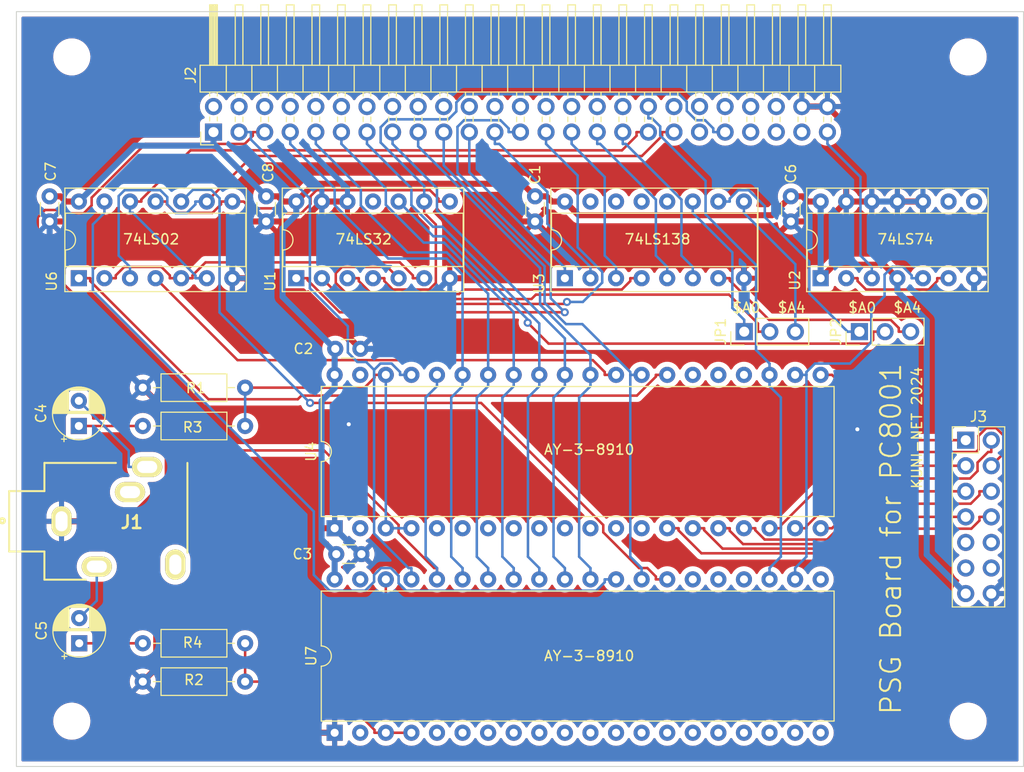
<source format=kicad_pcb>
(kicad_pcb (version 20221018) (generator pcbnew)
  (layers (0 "F.Cu" signal) (31 "B.Cu" signal) (34 "B.Paste" user) (35 "F.Paste" user) (36 "B.SilkS" user "B.Silkscreen") (37 "F.SilkS" user "F.Silkscreen") (38 "B.Mask" user) (39 "F.Mask" user) (44 "Edge.Cuts" user))
  (net 0 "")
  (net 1 "VCC")
  (net 2 "GND")
  (net 3 "Net-(C4-Pad1)")
  (net 4 "Net-(C4-Pad2)")
  (net 5 "Net-(C5-Pad1)")
  (net 6 "Net-(C5-Pad2)")
  (net 9 "/+12V")
  (net 10 "/D0")
  (net 11 "/-12V")
  (net 12 "/D1")
  (net 13 "/~{ROMDS0}")
  (net 14 "/D2")
  (net 15 "/~{ROMDS1}")
  (net 16 "/D3")
  (net 17 "/~{ROMDS2}")
  (net 18 "/D4")
  (net 19 "/~{ROMDS3}")
  (net 20 "/D5")
  (net 21 "/~{INT}")
  (net 22 "/D6")
  (net 23 "/~{NMI}")
  (net 24 "/D7")
  (net 25 "/~{EXTON}")
  (net 26 "/A0")
  (net 27 "/A8")
  (net 28 "/A1")
  (net 29 "/A9")
  (net 30 "/A2")
  (net 31 "/A10")
  (net 32 "/A3")
  (net 33 "/A11")
  (net 34 "/A4")
  (net 35 "/A12")
  (net 36 "/A5")
  (net 37 "/A13")
  (net 38 "/A6")
  (net 39 "/A14")
  (net 40 "/A7")
  (net 41 "/A15")
  (net 42 "/~{RD}")
  (net 43 "/~{RESET}")
  (net 44 "/~{WR}")
  (net 45 "/~{WAIT}")
  (net 46 "/~{MREQ}")
  (net 47 "/~{WE}")
  (net 48 "/~{IORQ}")
  (net 49 "/~{MUX}")
  (net 50 "/~{RFSH}")
  (net 51 "/~{RAS0}")
  (net 52 "/~{M1}")
  (net 53 "/~{RAS1}")
  (net 54 "/SCLK")
  (net 55 "/CLK")
  (net 56 "/PA0")
  (net 57 "/PA1")
  (net 58 "/PA2")
  (net 59 "/PA3")
  (net 60 "/PA4")
  (net 61 "/PA5")
  (net 62 "/PA6")
  (net 63 "/PA7")
  (net 68 "/PSG1_CE1")
  (net 69 "/PSG1_CE")
  (net 70 "/PSG1_CE2")
  (net 71 "/PSG2_CE1")
  (net 72 "/PSG2_CE")
  (net 73 "/PSG2_CE2")
  (net 74 "/PSG1_A")
  (net 75 "/PSG2_A")
  (net 76 "Net-(U3-E1)")
  (net 77 "/PSG1_CE_IO")
  (net 78 "/PSG2_CE_IO")
  (net 80 "Net-(U2A-D)")
  (net 81 "Net-(U2A-Q)")
  (net 101 "/PSG1_BDIR")
  (net 102 "/PSG1_BC1")
  (net 104 "/PSG2_BDIR")
  (net 105 "/PSG2_BC1")
  (footprint "Capacitor_THT:C_Disc_D3.0mm_W1.6mm_P2.50mm" (layer "F.Cu") (at 121.5 67.35 -90)
    (fp_text reference "C1")
    (fp_text value "0.1u")
  )
  (footprint "AJ-1780:AJ-1780-2" (layer "F.Cu") (at 72.78 99.64)
    (fp_text reference "J1")
    (fp_text value "AudioJack" hide)
  )
  (footprint "Connector_PinHeader_2.54mm:PinHeader_2x25_P2.54mm_Horizontal" (layer "F.Cu") (at 89.57 60.97 90)
    (fp_text reference "J2")
    (fp_text value "PC-8001 Ext BUS")
  )
  (footprint "MountingHole:MountingHole_3.2mm_M3" (layer "F.Cu") (at 75.5 119.5)
    (fp_text reference "MH3" hide)
    (fp_text value "MountingHole")
  )
  (footprint "Package_DIP:DIP-14_W7.62mm_Socket" (layer "F.Cu") (at 76.2 75.4888 90)
    (fp_text reference "U6")
    (fp_text value "74LS02")
  )
  (footprint "Package_DIP:DIP-40_W15.24mm" (layer "F.Cu") (at 101.6 100.33 90)
    (fp_text reference "U4")
    (fp_text value "YM2149")
  )
  (footprint "Package_DIP:DIP-14_W7.62mm_Socket" (layer "F.Cu") (at 149.855 75.4888 90)
    (fp_text reference "U2")
    (fp_text value "74LS74")
  )
  (footprint "Package_DIP:DIP-14_W7.62mm_Socket" (layer "F.Cu") (at 97.79 75.4888 90)
    (fp_text reference "U1")
    (fp_text value "74LS32")
  )
  (footprint "MountingHole:MountingHole_3.2mm_M3" (layer "F.Cu") (at 164.5 119.5)
    (fp_text reference "MH4" hide)
    (fp_text value "MountingHole")
  )
  (footprint "Package_DIP:DIP-40_W15.24mm" (layer "F.Cu") (at 101.6 120.65 90)
    (fp_text reference "U7")
    (fp_text value "YM2149")
  )
  (footprint "Resistor_THT:R_Axial_DIN0207_L6.3mm_D2.5mm_P10.16mm_Horizontal" (layer "F.Cu") (at 82.55 115.57)
    (fp_text reference "R2")
    (fp_text value "1k")
  )
  (footprint "Capacitor_THT:C_Disc_D3.0mm_W1.6mm_P2.50mm" (layer "F.Cu") (at 73.3 67.35 -90)
    (fp_text reference "C7")
    (fp_text value "0.1u")
  )
  (footprint "Resistor_THT:R_Axial_DIN0207_L6.3mm_D2.5mm_P10.16mm_Horizontal" (layer "F.Cu") (at 82.55 86.36)
    (fp_text reference "R1")
    (fp_text value "1k")
  )
  (footprint "MountingHole:MountingHole_3.2mm_M3" (layer "F.Cu") (at 75.5 53.5)
    (fp_text reference "MH1" hide)
    (fp_text value "MountingHole")
  )
  (footprint "Package_DIP:DIP-16_W7.62mm_Socket" (layer "F.Cu") (at 124.46 75.4888 90)
    (fp_text reference "U3")
    (fp_text value "74LS138")
  )
  (footprint "Connector_PinHeader_2.54mm:PinHeader_1x03_P2.54mm_Vertical" (layer "F.Cu") (at 142.265 80.8 90)
    (fp_text reference "JP1")
    (fp_text value "PSG1_JP")
  )
  (footprint "Capacitor_THT:C_Disc_D3.0mm_W1.6mm_P2.50mm" (layer "F.Cu") (at 101.76 102.9)
    (fp_text reference "C3")
    (fp_text value "0.1u")
  )
  (footprint "Resistor_THT:R_Axial_DIN0207_L6.3mm_D2.5mm_P10.16mm_Horizontal" (layer "F.Cu") (at 92.71 90.17 180)
    (fp_text reference "R3")
    (fp_text value "10k")
  )
  (footprint "Capacitor_THT:C_Disc_D3.0mm_W1.6mm_P2.50mm" (layer "F.Cu") (at 146.9 67.35 -90)
    (fp_text reference "C6")
    (fp_text value "0.1u")
  )
  (footprint "Capacitor_THT:CP_Radial_D5.0mm_P2.50mm" (layer "F.Cu") (at 76.2 90.17 90)
    (fp_text reference "C4")
    (fp_text value "100u")
  )
  (footprint "Connector_PinHeader_2.54mm:PinHeader_2x07_P2.54mm_Vertical" (layer "F.Cu") (at 164.26 91.58)
    (fp_text reference "J3")
    (fp_text value "IO_CON")
  )
  (footprint "Resistor_THT:R_Axial_DIN0207_L6.3mm_D2.5mm_P10.16mm_Horizontal" (layer "F.Cu") (at 92.71 111.76 180)
    (fp_text reference "R4")
    (fp_text value "10k")
  )
  (footprint "Connector_PinHeader_2.54mm:PinHeader_1x03_P2.54mm_Vertical" (layer "F.Cu") (at 153.71 80.8 90)
    (fp_text reference "JP2")
    (fp_text value "PSG2_JP")
  )
  (footprint "Capacitor_THT:C_Disc_D3.0mm_W1.6mm_P2.50mm" (layer "F.Cu") (at 94.8 67.35 -90)
    (fp_text reference "C8")
    (fp_text value "0.1u")
  )
  (footprint "MountingHole:MountingHole_3.2mm_M3" (layer "F.Cu") (at 164.5 53.5)
    (fp_text reference "MH2" hide)
    (fp_text value "MountingHole")
  )
  (footprint "Capacitor_THT:CP_Radial_D5.0mm_P2.50mm" (layer "F.Cu") (at 76.24 111.76 90)
    (fp_text reference "C5")
    (fp_text value "100u")
  )
  (footprint "Capacitor_THT:C_Disc_D3.0mm_W1.6mm_P2.50mm" (layer "F.Cu") (at 101.66 82.5)
    (fp_text reference "C2")
    (fp_text value "0.1u")
  )
  (gr_rect (start 70 49) (end 170 124) (stroke (width 0.1)) (fill none) (layer "Edge.Cuts"))
  (gr_text "74LS74" (at 155.4 72.2) (layer "F.SilkS") (effects (font (size 1 1)) (justify left bottom)))
  (gr_text "$A4" (at 145.5 79) (layer "F.SilkS") (effects (font (size 1 1)) (justify left bottom)))
  (gr_text "$A0" (at 152.5 79) (layer "F.SilkS") (effects (font (size 1 1)) (justify left bottom)))
  (gr_text "AY-3-8910" (at 122.3 113.6) (layer "F.SilkS") (effects (font (size 1 1)) (justify left bottom)))
  (gr_text "$A0" (at 141 79) (layer "F.SilkS") (effects (font (size 1 1)) (justify left bottom)))
  (gr_text "74LS138" (at 130.3 72.2) (layer "F.SilkS") (effects (font (size 1 1)) (justify left bottom)))
  (gr_text "74LS32" (at 101.6 72.2) (layer "F.SilkS") (effects (font (size 1 1)) (justify left bottom)))
  (gr_text "$A4" (at 157 79) (layer "F.SilkS") (effects (font (size 1 1)) (justify left bottom)))
  (gr_text "PSG Board for PC8001 " (at 158 119 90) (layer "F.SilkS") (effects (font (size 2 2) (thickness 0.2)) (justify left bottom)))
  (gr_text "KUNI-NET 2024" (at 160 96.5 90) (layer "F.SilkS") (effects (font (size 1 1)) (justify left bottom)))
  (gr_text "AY-3-8910" (at 122.3 93.1) (layer "F.SilkS") (effects (font (size 1 1)) (justify left bottom)))
  (gr_text "74LS02" (at 80.5 72.2) (layer "F.SilkS") (effects (font (size 1 1)) (justify left bottom)))
  (segment (start 94.8 67.35) (end 95.9709 67.35) (width 0.6) (layer "F.Cu") (net 1))
  (segment (start 99.557 66.1018) (end 120.2518 66.1018) (width 0.6) (layer "F.Cu") (net 1))
  (segment (start 146.9 67.35) (end 148.0359 67.35) (width 0.6) (layer "F.Cu") (net 1))
  (segment (start 124.46 67.8688) (end 123.1597 67.8688) (width 0.6) (layer "F.Cu") (net 1))
  (segment (start 124.46 67.8688) (end 125.8198 69.2286) (width 0.6) (layer "F.Cu") (net 1))
  (segment (start 156.1295 74.1433) (end 151.2005 74.1433) (width 0.6) (layer "F.Cu") (net 1))
  (segment (start 76.2 67.8688) (end 74.8997 67.8688) (width 0.6) (layer "F.Cu") (net 1))
  (segment (start 157.475 75.4888) (end 156.1295 74.1433) (width 0.6) (layer "F.Cu") (net 1))
  (segment (start 74.3809 67.35) (end 74.8997 67.8688) (width 0.6) (layer "F.Cu") (net 1))
  (segment (start 73.3 67.35) (end 74.3809 67.35) (width 0.6) (layer "F.Cu") (net 1))
  (segment (start 95.9709 67.35) (end 96.4897 67.8688) (width 0.6) (layer "F.Cu") (net 1))
  (segment (start 122.6409 67.35) (end 123.1597 67.8688) (width 0.6) (layer "F.Cu") (net 1))
  (segment (start 97.79 67.8688) (end 96.4897 67.8688) (width 0.6) (layer "F.Cu") (net 1))
  (segment (start 120.2518 66.1018) (end 121.5 67.35) (width 0.6) (layer "F.Cu") (net 1))
  (segment (start 149.855 67.8688) (end 148.5547 67.8688) (width 0.6) (layer "F.Cu") (net 1))
  (segment (start 97.79 67.8688) (end 99.557 66.1018) (width 0.6) (layer "F.Cu") (net 1))
  (segment (start 125.8198 69.2286) (end 145.0214 69.2286) (width 0.6) (layer "F.Cu") (net 1))
  (segment (start 151.2005 74.1433) (end 149.855 75.4888) (width 0.6) (layer "F.Cu") (net 1))
  (segment (start 145.0214 69.2286) (end 146.9 67.35) (width 0.6) (layer "F.Cu") (net 1))
  (segment (start 121.5 67.35) (end 122.6409 67.35) (width 0.6) (layer "F.Cu") (net 1))
  (segment (start 148.0359 67.35) (end 148.5547 67.8688) (width 0.6) (layer "F.Cu") (net 1))
  (segment (start 101.6 85.09) (end 101.6 83.7897) (width 0.6) (layer "B.Cu") (net 1))
  (segment (start 101.6 85.09) (end 101.6 86.3903) (width 0.6) (layer "B.Cu") (net 1))
  (segment (start 96.4288 77.3288) (end 101.6 82.5) (width 0.6) (layer "B.Cu") (net 1))
  (segment (start 157.475 75.4888) (end 157.475 76.7891) (width 0.6) (layer "B.Cu") (net 1))
  (segment (start 101.6 86.3903) (end 100.2996 87.6907) (width 0.6) (layer "B.Cu") (net 1))
  (segment (start 149.855 67.8688) (end 149.855 75.4888) (width 0.6) (layer "B.Cu") (net 1))
  (segment (start 89.57 60.97) (end 89.57 62.3203) (width 0.6) (layer "B.Cu") (net 1))
  (segment (start 101.76 102.9) (end 101.6 103.06) (width 0.6) (layer "B.Cu") (net 1))
  (segment (start 96.4288 70.5303) (end 96.4288 77.3288) (width 0.6) (layer "B.Cu") (net 1))
  (segment (start 81.7485 62.3203) (end 89.57 62.3203) (width 0.6) (layer "B.Cu") (net 1))
  (segment (start 101.6 82.5) (end 101.6 83.7897) (width 0.6) (layer "B.Cu") (net 1))
  (segment (start 160.3897 79.7038) (end 160.3897 102.9497) (width 0.6) (layer "B.Cu") (net 1))
  (segment (start 160.3897 102.9497) (end 164.26 106.82) (width 0.6) (layer "B.Cu") (net 1))
  (segment (start 157.475 76.7891) (end 160.3897 79.7038) (width 0.6) (layer "B.Cu") (net 1))
  (segment (start 100.2996 87.6907) (end 100.2996 101.4396) (width 0.6) (layer "B.Cu") (net 1))
  (segment (start 97.79 69.1691) (end 96.4288 70.5303) (width 0.6) (layer "B.Cu") (net 1))
  (segment (start 100.2996 101.4396) (end 101.76 102.9) (width 0.6) (layer "B.Cu") (net 1))
  (segment (start 89.7703 62.3203) (end 94.8 67.35) (width 0.6) (layer "B.Cu") (net 1))
  (segment (start 97.79 67.8688) (end 97.79 69.1691) (width 0.6) (layer "B.Cu") (net 1))
  (segment (start 76.2 67.8688) (end 81.7485 62.3203) (width 0.6) (layer "B.Cu") (net 1))
  (segment (start 101.6 82.5) (end 101.66 82.5) (width 0.6) (layer "B.Cu") (net 1))
  (segment (start 101.6 103.06) (end 101.6 105.41) (width 0.6) (layer "B.Cu") (net 1))
  (segment (start 89.57 62.3203) (end 89.7703 62.3203) (width 0.6) (layer "B.Cu") (net 1))
  (segment (start 98.4491 76.7891) (end 94.0406 76.7891) (width 0.6) (layer "F.Cu") (net 2))
  (segment (start 81.0025 99.64) (end 74.48 99.64) (width 0.6) (layer "F.Cu") (net 2))
  (segment (start 142.5616 74.1884) (end 142.24 74.1884) (width 0.6) (layer "F.Cu") (net 2))
  (segment (start 147.99 58.43) (end 149.3403 58.43) (width 0.6) (layer "F.Cu") (net 2))
  (segment (start 83.8832 102.5207) (end 83.8832 114.2368) (width 0.6) (layer "F.Cu") (net 2))
  (segment (start 150.53 58.43) (end 149.3403 58.43) (width 0.6) (layer "F.Cu") (net 2))
  (segment (start 94.0406 76.7891) (end 92.7403 75.4888) (width 0.6) (layer "F.Cu") (net 2))
  (segment (start 83.8832 114.2368) (end 90.2964 120.65) (width 0.6) (layer "F.Cu") (net 2))
  (segment (start 102.87 67.8688) (end 101.5697 67.8688) (width 0.6) (layer "F.Cu") (net 2))
  (segment (start 142.24 75.4888) (end 142.24 74.3886) (width 0.6) (layer "F.Cu") (net 2))
  (segment (start 82.55 86.36) (end 85.0196 88.8296) (width 0.6) (layer "F.Cu") (net 2))
  (segment (start 94.8 69.85) (end 98.3488 69.85) (width 0.6) (layer "F.Cu") (net 2))
  (segment (start 114.3303 75.4888) (end 119.9691 69.85) (width 0.6) (layer "F.Cu") (net 2))
  (segment (start 73.3 69.85) (end 94.8 69.85) (width 0.6) (layer "F.Cu") (net 2))
  (segment (start 119.9691 69.85) (end 121.5 69.85) (width 0.6) (layer "F.Cu") (net 2))
  (segment (start 95.5926 95.6229) (end 100.2997 100.33) (width 0.6) (layer "F.Cu") (net 2))
  (segment (start 142.24 74.3886) (end 142.24 74.1884) (width 0.6) (layer "F.Cu") (net 2))
  (segment (start 113.03 75.4888) (end 114.3303 75.4888) (width 0.6) (layer "F.Cu") (net 2))
  (segment (start 85.0196 95.6229) (end 81.0025 99.64) (width 0.6) (layer "F.Cu") (net 2))
  (segment (start 146.9 69.85) (end 142.5616 74.1884) (width 0.6) (layer "F.Cu") (net 2))
  (segment (start 83.8832 114.2368) (end 82.55 115.57) (width 0.6) (layer "F.Cu") (net 2))
  (segment (start 152.395 67.8688) (end 152.395 60.295) (width 0.6) (layer "F.Cu") (net 2))
  (segment (start 104.16 82.5) (end 98.4491 76.7891) (width 0.6) (layer "F.Cu") (net 2))
  (segment (start 101.6 100.33) (end 100.2997 100.33) (width 0.6) (layer "F.Cu") (net 2))
  (segment (start 91.44 75.4888) (end 92.7403 75.4888) (width 0.6) (layer "F.Cu") (net 2))
  (segment (start 85.0196 95.6229) (end 95.5926 95.6229) (width 0.6) (layer "F.Cu") (net 2))
  (segment (start 90.2964 120.65) (end 101.6 120.65) (width 0.6) (layer "F.Cu") (net 2))
  (segment (start 150.4138 69.85) (end 152.395 67.8688) (width 0.6) (layer "F.Cu") (net 2))
  (segment (start 100.33 67.8688) (end 101.5697 67.8688) (width 0.6) (layer "F.Cu") (net 2))
  (segment (start 154.935 67.8688) (end 153.6347 67.8688) (width 0.6) (layer "F.Cu") (net 2))
  (segment (start 81.0025 99.64) (end 83.8832 102.5207) (width 0.6) (layer "F.Cu") (net 2))
  (segment (start 157.475 67.8688) (end 160.015 67.8688) (width 0.6) (layer "F.Cu") (net 2))
  (segment (start 152.395 60.295) (end 150.53 58.43) (width 0.6) (layer "F.Cu") (net 2))
  (segment (start 85.0196 88.8296) (end 85.0196 95.6229) (width 0.6) (layer "F.Cu") (net 2))
  (segment (start 152.395 67.8688) (end 153.6347 67.8688) (width 0.6) (layer "F.Cu") (net 2))
  (segment (start 125.8384 74.1884) (end 121.5 69.85) (width 0.6) (layer "F.Cu") (net 2))
  (segment (start 142.24 74.1884) (end 125.8384 74.1884) (width 0.6) (layer "F.Cu") (net 2))
  (segment (start 98.3488 69.85) (end 100.33 67.8688) (width 0.6) (layer "F.Cu") (net 2))
  (segment (start 146.9 69.85) (end 150.4138 69.85) (width 0.6) (layer "F.Cu") (net 2))
  (via (at 103 90) (size 0.8) (drill 0.4) (layers "F.Cu" "B.Cu") (net 2))
  (via (at 153.5 90.5) (size 0.8) (drill 0.4) (layers "F.Cu" "B.Cu") (net 2))
  (segment (start 160.015 69.1691) (end 165.0344 74.1885) (width 0.6) (layer "B.Cu") (net 2))
  (segment (start 73.3 77.11) (end 82.55 86.36) (width 0.6) (layer "B.Cu") (net 2))
  (segment (start 165.095 75.4888) (end 165.095 74.1885) (width 0.6) (layer "B.Cu") (net 2))
  (segment (start 104.16 82.5) (end 106.0188 82.5) (width 0.6) (layer "B.Cu") (net 2))
  (segment (start 165.0344 74.1885) (end 165.095 74.1885) (width 0.6) (layer "B.Cu") (net 2))
  (segment (start 165.095 75.4888) (end 165.095 76.7891) (width 0.6) (layer "B.Cu") (net 2))
  (segment (start 91.44 73.21) (end 91.44 75.4888) (width 0.6) (layer "B.Cu") (net 2))
  (segment (start 154.935 67.8688) (end 157.475 67.8688) (width 0.6) (layer "B.Cu") (net 2))
  (segment (start 94.8 69.85) (end 91.44 73.21) (width 0.6) (layer "B.Cu") (net 2))
  (segment (start 73.3 69.85) (end 73.3 77.11) (width 0.6) (layer "B.Cu") (net 2))
  (segment (start 166.8 106.82) (end 168.1675 105.4525) (width 0.6) (layer "B.Cu") (net 2))
  (segment (start 106.0188 82.5) (end 113.03 75.4888) (width 0.6) (layer "B.Cu") (net 2))
  (segment (start 104.17 102.9) (end 104.26 102.9) (width 0.6) (layer "B.Cu") (net 2))
  (segment (start 101.6 100.33) (end 104.17 102.9) (width 0.6) (layer "B.Cu") (net 2))
  (segment (start 168.1675 79.8616) (end 165.095 76.7891) (width 0.6) (layer "B.Cu") (net 2))
  (segment (start 160.015 67.8688) (end 160.015 69.1691) (width 0.6) (layer "B.Cu") (net 2))
  (segment (start 168.1675 105.4525) (end 168.1675 79.8616) (width 0.6) (layer "B.Cu") (net 2))
  (segment (start 76.2 90.17) (end 82.55 90.17) (width 0.25) (layer "F.Cu") (net 3))
  (segment (start 82.98 94.24) (end 81.1547 94.24) (width 0.25) (layer "B.Cu") (net 4))
  (segment (start 81.1547 92.6247) (end 81.1547 94.24) (width 0.25) (layer "B.Cu") (net 4))
  (segment (start 76.2 87.67) (end 81.1547 92.6247) (width 0.25) (layer "B.Cu") (net 4))
  (segment (start 76.24 111.76) (end 82.55 111.76) (width 0.25) (layer "F.Cu") (net 5))
  (segment (start 77.98 107.52) (end 77.98 104.14) (width 0.25) (layer "B.Cu") (net 6))
  (segment (start 76.24 109.26) (end 77.98 107.52) (width 0.25) (layer "B.Cu") (net 6))
  (segment (start 93.2853 60.97) (end 93.2853 61.712) (width 0.25) (layer "B.Cu") (net 10))
  (segment (start 105.5149 100.8609) (end 105.5149 84.5961) (width 0.25) (layer "B.Cu") (net 10))
  (segment (start 99.1404 67.5671) (end 99.1404 76.4943) (width 0.25) (layer "B.Cu") (net 10))
  (segment (start 103.8589 83.8166) (end 104.7354 83.8166) (width 0.25) (layer "B.Cu") (net 10))
  (segment (start 108.9387 104.2847) (end 105.5149 100.8609) (width 0.25) (layer "B.Cu") (net 10))
  (segment (start 104.7354 83.8166) (end 105.5149 84.5961) (width 0.25) (layer "B.Cu") (net 10))
  (segment (start 93.2853 61.712) (end 99.1404 67.5671) (width 0.25) (layer "B.Cu") (net 10))
  (segment (start 99.1404 76.4943) (end 102.91 80.2639) (width 0.25) (layer "B.Cu") (net 10))
  (segment (start 107.2508 83.9647) (end 108.0947 84.8086) (width 0.25) (layer "B.Cu") (net 10))
  (segment (start 109.22 104.2847) (end 108.9387 104.2847) (width 0.25) (layer "B.Cu") (net 10))
  (segment (start 102.91 82.8677) (end 103.8589 83.8166) (width 0.25) (layer "B.Cu") (net 10))
  (segment (start 92.11 60.97) (end 93.2853 60.97) (width 0.25) (layer "B.Cu") (net 10))
  (segment (start 105.5149 84.5961) (end 106.1463 83.9647) (width 0.25) (layer "B.Cu") (net 10))
  (segment (start 109.22 85.09) (end 108.0947 85.09) (width 0.25) (layer "B.Cu") (net 10))
  (segment (start 102.91 80.2639) (end 102.91 82.8677) (width 0.25) (layer "B.Cu") (net 10))
  (segment (start 108.0947 84.8086) (end 108.0947 85.09) (width 0.25) (layer "B.Cu") (net 10))
  (segment (start 109.22 105.41) (end 109.22 104.2847) (width 0.25) (layer "B.Cu") (net 10))
  (segment (start 106.1463 83.9647) (end 107.2508 83.9647) (width 0.25) (layer "B.Cu") (net 10))
  (segment (start 77.47 68.2523) (end 76.6852 69.0371) (width 0.25) (layer "F.Cu") (net 12))
  (segment (start 92.6668 62.1453) (end 82.8069 62.1453) (width 0.25) (layer "F.Cu") (net 12))
  (segment (start 72.1215 73.4848) (end 91.2352 92.5985) (width 0.25) (layer "F.Cu") (net 12))
  (segment (start 93.4747 60.97) (end 93.4747 61.3374) (width 0.25) (layer "F.Cu") (net 12))
  (segment (start 94.65 60.97) (end 93.4747 60.97) (width 0.25) (layer "F.Cu") (net 12))
  (segment (start 100.546 92.5985) (end 107.95 100.0025) (width 0.25) (layer "F.Cu") (net 12))
  (segment (start 111.4787 104.2847) (end 111.76 104.2847) (width 0.25) (layer "F.Cu") (net 12))
  (segment (start 72.1215 69.432) (end 72.1215 73.4848) (width 0.25) (layer "F.Cu") (net 12))
  (segment (start 75.1836 69.0371) (end 74.8558 68.7093) (width 0.25) (layer "F.Cu") (net 12))
  (segment (start 76.6852 69.0371) (end 75.1836 69.0371) (width 0.25) (layer "F.Cu") (net 12))
  (segment (start 91.2352 92.5985) (end 100.546 92.5985) (width 0.25) (layer "F.Cu") (net 12))
  (segment (start 77.47 67.4822) (end 77.47 68.2523) (width 0.25) (layer "F.Cu") (net 12))
  (segment (start 111.76 105.41) (end 111.76 104.2847) (width 0.25) (layer "F.Cu") (net 12))
  (segment (start 82.8069 62.1453) (end 77.47 67.4822) (width 0.25) (layer "F.Cu") (net 12))
  (segment (start 74.8558 68.7093) (end 72.8442 68.7093) (width 0.25) (layer "F.Cu") (net 12))
  (segment (start 107.95 100.756) (end 111.4787 104.2847) (width 0.25) (layer "F.Cu") (net 12))
  (segment (start 93.4747 61.3374) (end 92.6668 62.1453) (width 0.25) (layer "F.Cu") (net 12))
  (segment (start 107.95 100.0025) (end 107.95 100.756) (width 0.25) (layer "F.Cu") (net 12))
  (segment (start 72.8442 68.7093) (end 72.1215 69.432) (width 0.25) (layer "F.Cu") (net 12))
  (segment (start 111.76 85.09) (end 111.76 86.2153) (width 0.25) (layer "B.Cu") (net 12))
  (segment (start 110.6347 103.1594) (end 110.6347 87.3406) (width 0.25) (layer "B.Cu") (net 12))
  (segment (start 111.76 104.2847) (end 110.6347 103.1594) (width 0.25) (layer "B.Cu") (net 12))
  (segment (start 111.76 105.41) (end 111.76 104.2847) (width 0.25) (layer "B.Cu") (net 12))
  (segment (start 110.6347 87.3406) (end 111.76 86.2153) (width 0.25) (layer "B.Cu") (net 12))
  (segment (start 114.3 105.41) (end 114.3 104.2847) (width 0.25) (layer "B.Cu") (net 14))
  (segment (start 114.3 86.2153) (end 113.1747 87.3406) (width 0.25) (layer "B.Cu") (net 14))
  (segment (start 114.3 75.1293) (end 114.3 85.09) (width 0.25) (layer "B.Cu") (net 14))
  (segment (start 97.19 60.97) (end 97.19 62.1453) (width 0.25) (layer "B.Cu") (net 14))
  (segment (start 101.6 66.5553) (end 101.6 68.2155) (width 0.25) (layer "B.Cu") (net 14))
  (segment (start 97.19 62.1453) (end 101.6 66.5553) (width 0.25) (layer "B.Cu") (net 14))
  (segment (start 112.703 73.5323) (end 114.3 75.1293) (width 0.25) (layer "B.Cu") (net 14))
  (segment (start 113.1747 87.3406) (end 113.1747 103.1594) (width 0.25) (layer "B.Cu") (net 14))
  (segment (start 113.1747 103.1594) (end 114.3 104.2847) (width 0.25) (layer "B.Cu") (net 14))
  (segment (start 114.3 85.09) (end 114.3 86.2153) (width 0.25) (layer "B.Cu") (net 14))
  (segment (start 101.6 68.2155) (end 106.9168 73.5323) (width 0.25) (layer "B.Cu") (net 14))
  (segment (start 106.9168 73.5323) (end 112.703 73.5323) (width 0.25) (layer "B.Cu") (net 14))
  (segment (start 116.84 105.41) (end 116.84 104.2847) (width 0.25) (layer "B.Cu") (net 16))
  (segment (start 116.84 85.09) (end 116.84 86.2153) (width 0.25) (layer "B.Cu") (net 16))
  (segment (start 116.84 77.0324) (end 112.7306 72.923) (width 0.25) (layer "B.Cu") (net 16))
  (segment (start 116.84 83.9647) (end 116.84 77.0324) (width 0.25) (layer "B.Cu") (net 16))
  (segment (start 115.7147 87.3406) (end 115.7147 103.1594) (width 0.25) (layer "B.Cu") (net 16))
  (segment (start 116.84 86.2153) (end 115.7147 87.3406) (width 0.25) (layer "B.Cu") (net 16))
  (segment (start 108.8538 72.923) (end 104.201 68.2702) (width 0.25) (layer "B.Cu") (net 16))
  (segment (start 104.201 68.2702) (end 104.201 66.6163) (width 0.25) (layer "B.Cu") (net 16))
  (segment (start 104.201 66.6163) (end 99.73 62.1453) (width 0.25) (layer "B.Cu") (net 16))
  (segment (start 116.84 85.09) (end 116.84 83.9647) (width 0.25) (layer "B.Cu") (net 16))
  (segment (start 112.7306 72.923) (end 108.8538 72.923) (width 0.25) (layer "B.Cu") (net 16))
  (segment (start 99.73 60.97) (end 99.73 62.1453) (width 0.25) (layer "B.Cu") (net 16))
  (segment (start 115.7147 103.1594) (end 116.84 104.2847) (width 0.25) (layer "B.Cu") (net 16))
  (segment (start 102.27 60.97) (end 102.27 62.1453) (width 0.25) (layer "B.Cu") (net 18))
  (segment (start 119.38 83.9647) (end 119.38 78.8667) (width 0.25) (layer "B.Cu") (net 18))
  (segment (start 110.4375 71.953) (end 106.68 68.1955) (width 0.25) (layer "B.Cu") (net 18))
  (segment (start 118.2547 87.3406) (end 118.2547 103.1594) (width 0.25) (layer "B.Cu") (net 18))
  (segment (start 106.68 66.5553) (end 102.27 62.1453) (width 0.25) (layer "B.Cu") (net 18))
  (segment (start 112.4663 71.953) (end 110.4375 71.953) (width 0.25) (layer "B.Cu") (net 18))
  (segment (start 118.2547 103.1594) (end 119.38 104.2847) (width 0.25) (layer "B.Cu") (net 18))
  (segment (start 119.38 85.09) (end 119.38 83.9647) (width 0.25) (layer "B.Cu") (net 18))
  (segment (start 119.38 86.2153) (end 118.2547 87.3406) (width 0.25) (layer "B.Cu") (net 18))
  (segment (start 119.38 105.41) (end 119.38 104.2847) (width 0.25) (layer "B.Cu") (net 18))
  (segment (start 119.38 78.8667) (end 112.4663 71.953) (width 0.25) (layer "B.Cu") (net 18))
  (segment (start 106.68 68.1955) (end 106.68 66.5553) (width 0.25) (layer "B.Cu") (net 18))
  (segment (start 119.38 85.09) (end 119.38 86.2153) (width 0.25) (layer "B.Cu") (net 18))
  (segment (start 109.22 68.2251) (end 109.22 66.5553) (width 0.25) (layer "B.Cu") (net 20))
  (segment (start 104.81 60.97) (end 104.81 62.1453) (width 0.25) (layer "B.Cu") (net 20))
  (segment (start 109.22 66.5553) (end 104.81 62.1453) (width 0.25) (layer "B.Cu") (net 20))
  (segment (start 120.7947 87.3406) (end 120.7947 103.1594) (width 0.25) (layer "B.Cu") (net 20))
  (segment (start 121.92 85.09) (end 121.92 83.9647) (width 0.25) (layer "B.Cu") (net 20))
  (segment (start 112.307 70.3769) (end 111.3718 70.3769) (width 0.25) (layer "B.Cu") (net 20))
  (segment (start 121.92 85.09) (end 121.92 86.2153) (width 0.25) (layer "B.Cu") (net 20))
  (segment (start 121.92 79.9899) (end 112.307 70.3769) (width 0.25) (layer "B.Cu") (net 20))
  (segment (start 120.7947 103.1594) (end 121.92 104.2847) (width 0.25) (layer "B.Cu") (net 20))
  (segment (start 121.92 105.41) (end 121.92 104.2847) (width 0.25) (layer "B.Cu") (net 20))
  (segment (start 121.92 86.2153) (end 120.7947 87.3406) (width 0.25) (layer "B.Cu") (net 20))
  (segment (start 121.92 83.9647) (end 121.92 79.9899) (width 0.25) (layer "B.Cu") (net 20))
  (segment (start 111.3718 70.3769) (end 109.22 68.2251) (width 0.25) (layer "B.Cu") (net 20))
  (segment (start 123.3347 103.1594) (end 124.46 104.2847) (width 0.25) (layer "B.Cu") (net 22))
  (segment (start 123.3347 87.3406) (end 123.3347 103.1594) (width 0.25) (layer "B.Cu") (net 22))
  (segment (start 124.46 86.2153) (end 123.3347 87.3406) (width 0.25) (layer "B.Cu") (net 22))
  (segment (start 124.46 83.9647) (end 124.46 81.4679) (width 0.25) (layer "B.Cu") (net 22))
  (segment (start 124.46 84.5273) (end 124.46 83.9647) (width 0.25) (layer "B.Cu") (net 22))
  (segment (start 111.76 66.5553) (end 107.35 62.1453) (width 0.25) (layer "B.Cu") (net 22))
  (segment (start 124.46 84.5273) (end 124.46 85.09) (width 0.25) (layer "B.Cu") (net 22))
  (segment (start 111.76 68.7679) (end 111.76 66.5553) (width 0.25) (layer "B.Cu") (net 22))
  (segment (start 124.46 85.09) (end 124.46 86.2153) (width 0.25) (layer "B.Cu") (net 22))
  (segment (start 124.46 81.4679) (end 111.76 68.7679) (width 0.25) (layer "B.Cu") (net 22))
  (segment (start 124.46 105.41) (end 124.46 104.2847) (width 0.25) (layer "B.Cu") (net 22))
  (segment (start 107.35 60.97) (end 107.35 62.1453) (width 0.25) (layer "B.Cu") (net 22))
  (segment (start 127 85.09) (end 127 83.9647) (width 0.25) (layer "B.Cu") (net 24))
  (segment (start 109.89 62.3791) (end 121.9953 74.4844) (width 0.25) (layer "B.Cu") (net 24))
  (segment (start 121.9953 78.1088) (end 127 83.1135) (width 0.25) (layer "B.Cu") (net 24))
  (segment (start 125.8747 103.1594) (end 127 104.2847) (width 0.25) (layer "B.Cu") (net 24))
  (segment (start 127 83.1135) (end 127 83.9647) (width 0.25) (layer "B.Cu") (net 24))
  (segment (start 127 86.2153) (end 125.8747 87.3406) (width 0.25) (layer "B.Cu") (net 24))
  (segment (start 127 105.41) (end 127 104.2847) (width 0.25) (layer "B.Cu") (net 24))
  (segment (start 125.8747 87.3406) (end 125.8747 103.1594) (width 0.25) (layer "B.Cu") (net 24))
  (segment (start 121.9953 74.4844) (end 121.9953 78.1088) (width 0.25) (layer "B.Cu") (net 24))
  (segment (start 109.89 62.1453) (end 109.89 62.3791) (width 0.25) (layer "B.Cu") (net 24))
  (segment (start 109.89 60.97) (end 109.89 62.1453) (width 0.25) (layer "B.Cu") (net 24))
  (segment (start 127 85.09) (end 127 86.2153) (width 0.25) (layer "B.Cu") (net 24))
  (segment (start 112.43 64.2822) (end 122.4457 74.2979) (width 0.25) (layer "B.Cu") (net 26))
  (segment (start 131.0673 85.09) (end 130.9547 85.09) (width 0.25) (layer "B.Cu") (net 26))
  (segment (start 130.9547 84.8086) (end 130.9547 85.09) (width 0.25) (layer "B.Cu") (net 26))
  (segment (start 132.08 85.09) (end 131.0673 85.09) (width 0.25) (layer "B.Cu") (net 26))
  (segment (start 132.08 105.41) (end 132.08 104.2847) (width 0.25) (layer "B.Cu") (net 26))
  (segment (start 130.9547 85.09) (end 130.9547 103.1594) (width 0.25) (layer "B.Cu") (net 26))
  (segment (start 112.43 60.97) (end 112.43 64.2822) (width 0.25) (layer "B.Cu") (net 26))
  (segment (start 122.4457 77.9223) (end 124.5721 80.0487) (width 0.25) (layer "B.Cu") (net 26))
  (segment (start 122.4457 74.2979) (end 122.4457 77.9223) (width 0.25) (layer "B.Cu") (net 26))
  (segment (start 124.5721 80.0487) (end 126.1948 80.0487) (width 0.25) (layer "B.Cu") (net 26))
  (segment (start 130.9547 103.1594) (end 132.08 104.2847) (width 0.25) (layer "B.Cu") (net 26))
  (segment (start 126.1948 80.0487) (end 130.9547 84.8086) (width 0.25) (layer "B.Cu") (net 26))
  (segment (start 124.46 75.4888) (end 124.46 74.3635) (width 0.25) (layer "B.Cu") (net 28))
  (segment (start 124.3756 74.3635) (end 124.46 74.3635) (width 0.25) (layer "B.Cu") (net 28))
  (segment (start 114.97 62.1453) (end 114.97 64.9579) (width 0.25) (layer "B.Cu") (net 28))
  (segment (start 114.97 64.9579) (end 124.3756 74.3635) (width 0.25) (layer "B.Cu") (net 28))
  (segment (start 114.97 60.97) (end 114.97 62.1453) (width 0.25) (layer "B.Cu") (net 28))
  (segment (start 127 75.4888) (end 127 74.3635) (width 0.25) (layer "B.Cu") (net 30))
  (segment (start 122.7206 66.9152) (end 122.7206 70.0841) (width 0.25) (layer "B.Cu") (net 30))
  (segment (start 117.9507 62.1453) (end 122.7206 66.9152) (width 0.25) (layer "B.Cu") (net 30))
  (segment (start 117.51 62.1453) (end 117.9507 62.1453) (width 0.25) (layer "B.Cu") (net 30))
  (segment (start 122.7206 70.0841) (end 127 74.3635) (width 0.25) (layer "B.Cu") (net 30))
  (segment (start 117.51 60.97) (end 117.51 62.1453) (width 0.25) (layer "B.Cu") (net 30))
  (segment (start 98.9153 75.4888) (end 98.9153 75.6816) (width 0.25) (layer "F.Cu") (net 32))
  (segment (start 102.1052 78.8715) (end 124.4454 78.8715) (width 0.25) (layer "F.Cu") (net 32))
  (segment (start 97.79 75.4888) (end 98.9153 75.4888) (width 0.25) (layer "F.Cu") (net 32))
  (segment (start 98.9153 75.6816) (end 102.1052 78.8715) (width 0.25) (layer "F.Cu") (net 32))
  (via (at 124.4454 78.8715) (size 0.8) (drill 0.4) (layers "F.Cu" "B.Cu") (net 32))
  (segment (start 118.8747 60.97) (end 118.8747 60.6027) (width 0.25) (layer "B.Cu") (net 32))
  (segment (start 113.793 60.446) (end 113.793 65.0082) (width 0.25) (layer "B.Cu") (net 32))
  (segment (start 123.0549 77.481) (end 124.4454 78.8715) (width 0.25) (layer "B.Cu") (net 32))
  (segment (start 123.0549 74.2701) (end 123.0549 77.481) (width 0.25) (layer "B.Cu") (net 32))
  (segment (start 113.793 65.0082) (end 123.0549 74.2701) (width 0.25) (layer "B.Cu") (net 32))
  (segment (start 118.8747 60.6027) (end 118.0666 59.7946) (width 0.25) (layer "B.Cu") (net 32))
  (segment (start 114.4444 59.7946) (end 113.793 60.446) (width 0.25) (layer "B.Cu") (net 32))
  (segment (start 118.0666 59.7946) (end 114.4444 59.7946) (width 0.25) (layer "B.Cu") (net 32))
  (segment (start 120.05 60.97) (end 118.8747 60.97) (width 0.25) (layer "B.Cu") (net 32))
  (segment (start 100.33 75.4888) (end 102.8831 78.0419) (width 0.25) (layer "F.Cu") (net 34))
  (segment (start 124.4699 78.0419) (end 124.6673 77.8445) (width 0.25) (layer "F.Cu") (net 34))
  (segment (start 102.8831 78.0419) (end 124.4699 78.0419) (width 0.25) (layer "F.Cu") (net 34))
  (via (at 124.6673 77.8445) (size 0.8) (drill 0.4) (layers "F.Cu" "B.Cu") (net 34))
  (segment (start 126.2456 77.8445) (end 124.6673 77.8445) (width 0.25) (layer "B.Cu") (net 34))
  (segment (start 128.1676 74.8562) (end 128.1676 75.9225) (width 0.25) (layer "B.Cu") (net 34))
  (segment (start 125.73 65.2853) (end 125.73 72.4186) (width 0.25) (layer "B.Cu") (net 34))
  (segment (start 125.73 72.4186) (end 128.1676 74.8562) (width 0.25) (layer "B.Cu") (net 34))
  (segment (start 122.59 62.1453) (end 125.73 65.2853) (width 0.25) (layer "B.Cu") (net 34))
  (segment (start 122.59 60.97) (end 122.59 62.1453) (width 0.25) (layer "B.Cu") (net 34))
  (segment (start 128.1676 75.9225) (end 126.2456 77.8445) (width 0.25) (layer "B.Cu") (net 34))
  (segment (start 128.4147 65.43) (end 128.4147 73.2382) (width 0.25) (layer "B.Cu") (net 36))
  (segment (start 128.4147 73.2382) (end 129.54 74.3635) (width 0.25) (layer "B.Cu") (net 36))
  (segment (start 125.13 62.1453) (end 128.4147 65.43) (width 0.25) (layer "B.Cu") (net 36))
  (segment (start 125.13 60.97) (end 125.13 62.1453) (width 0.25) (layer "B.Cu") (net 36))
  (segment (start 129.54 75.4888) (end 129.54 74.3635) (width 0.25) (layer "B.Cu") (net 36))
  (segment (start 133.4947 73.2382) (end 134.62 74.3635) (width 0.25) (layer "B.Cu") (net 38))
  (segment (start 133.4947 67.6762) (end 133.4947 73.2382) (width 0.25) (layer "B.Cu") (net 38))
  (segment (start 127.9638 62.1453) (end 133.4947 67.6762) (width 0.25) (layer "B.Cu") (net 38))
  (segment (start 127.67 60.97) (end 127.67 62.1453) (width 0.25) (layer "B.Cu") (net 38))
  (segment (start 134.62 75.4888) (end 134.62 74.3635) (width 0.25) (layer "B.Cu") (net 38))
  (segment (start 127.67 62.1453) (end 127.9638 62.1453) (width 0.25) (layer "B.Cu") (net 38))
  (segment (start 137.16 75.4888) (end 137.16 74.3635) (width 0.25) (layer "B.Cu") (net 40))
  (segment (start 130.21 62.1453) (end 130.5038 62.1453) (width 0.25) (layer "B.Cu") (net 40))
  (segment (start 130.21 60.97) (end 130.21 62.1453) (width 0.25) (layer "B.Cu") (net 40))
  (segment (start 136.0347 73.2382) (end 137.16 74.3635) (width 0.25) (layer "B.Cu") (net 40))
  (segment (start 130.5038 62.1453) (end 136.0347 67.6762) (width 0.25) (layer "B.Cu") (net 40))
  (segment (start 136.0347 67.6762) (end 136.0347 73.2382) (width 0.25) (layer "B.Cu") (net 40))
  (segment (start 82.4053 67.6643) (end 87.2874 62.7822) (width 0.25) (layer "F.Cu") (net 42))
  (segment (start 131.5747 61.3375) (end 131.5747 60.97) (width 0.25) (layer "F.Cu") (net 42))
  (segment (start 130.13 62.7822) (end 131.5747 61.3375) (width 0.25) (layer "F.Cu") (net 42))
  (segment (start 132.75 60.97) (end 131.5747 60.97) (width 0.25) (layer "F.Cu") (net 42))
  (segment (start 87.2874 62.7822) (end 130.13 62.7822) (width 0.25) (layer "F.Cu") (net 42))
  (segment (start 82.4053 67.8688) (end 82.4053 67.6643) (width 0.25) (layer "F.Cu") (net 42))
  (segment (start 81.28 67.8688) (end 82.4053 67.8688) (width 0.25) (layer "F.Cu") (net 42))
  (segment (start 81.28 67.8688) (end 81.28 68.9941) (width 0.25) (layer "B.Cu") (net 42))
  (segment (start 81.28 68.9941) (end 81.5613 68.9941) (width 0.25) (layer "B.Cu") (net 42))
  (segment (start 87.7747 75.2075) (end 87.7747 75.4888) (width 0.25) (layer "B.Cu") (net 42))
  (segment (start 88.9 75.4888) (end 87.7747 75.4888) (width 0.25) (layer "B.Cu") (net 42))
  (segment (start 81.5613 68.9941) (end 87.7747 75.2075) (width 0.25) (layer "B.Cu") (net 42))
  (segment (start 138.43 69.1471) (end 143.4404 74.1575) (width 0.25) (layer "B.Cu") (net 43))
  (segment (start 138.43 65.8194) (end 138.43 69.1471) (width 0.25) (layer "B.Cu") (net 43))
  (segment (start 144.78 85.09) (end 144.78 83.9647) (width 0.25) (layer "B.Cu") (net 43))
  (segment (start 144.78 105.41) (end 144.78 104.2847) (width 0.25) (layer "B.Cu") (net 43))
  (segment (start 132.75 58.43) (end 132.75 59.6053) (width 0.25) (layer "B.Cu") (net 43))
  (segment (start 133.1174 59.6053) (end 133.9253 60.4132) (width 0.25) (layer "B.Cu") (net 43))
  (segment (start 144.78 85.09) (end 144.78 86.2153) (width 0.25) (layer "B.Cu") (net 43))
  (segment (start 144.78 86.2153) (end 145.9053 87.3406) (width 0.25) (layer "B.Cu") (net 43))
  (segment (start 133.9253 60.4132) (end 133.9253 61.3147) (width 0.25) (layer "B.Cu") (net 43))
  (segment (start 133.9253 61.3147) (end 138.43 65.8194) (width 0.25) (layer "B.Cu") (net 43))
  (segment (start 132.75 59.6053) (end 133.1174 59.6053) (width 0.25) (layer "B.Cu") (net 43))
  (segment (start 145.9053 87.3406) (end 145.9053 103.1594) (width 0.25) (layer "B.Cu") (net 43))
  (segment (start 143.4404 74.1575) (end 143.4404 82.6251) (width 0.25) (layer "B.Cu") (net 43))
  (segment (start 145.9053 103.1594) (end 144.78 104.2847) (width 0.25) (layer "B.Cu") (net 43))
  (segment (start 143.4404 82.6251) (end 144.78 83.9647) (width 0.25) (layer "B.Cu") (net 43))
  (segment (start 132.1086 63.3434) (end 134.1147 61.3373) (width 0.25) (layer "F.Cu") (net 44))
  (segment (start 88.9 67.8688) (end 93.4254 63.3434) (width 0.25) (layer "F.Cu") (net 44))
  (segment (start 135.29 60.97) (end 134.1147 60.97) (width 0.25) (layer "F.Cu") (net 44))
  (segment (start 93.4254 63.3434) (end 132.1086 63.3434) (width 0.25) (layer "F.Cu") (net 44))
  (segment (start 134.1147 61.3373) (end 134.1147 60.97) (width 0.25) (layer "F.Cu") (net 44))
  (segment (start 80.1547 73.2382) (end 81.28 74.3635) (width 0.25) (layer "B.Cu") (net 44))
  (segment (start 81.28 75.4888) (end 81.28 74.3635) (width 0.25) (layer "B.Cu") (net 44))
  (segment (start 84.9817 68.1472) (end 84.9817 67.4322) (width 0.25) (layer "B.Cu") (net 44))
  (segment (start 85.8542 69.0197) (end 84.9817 68.1472) (width 0.25) (layer "B.Cu") (net 44))
  (segment (start 87.7747 67.8688) (end 87.7747 68.1501) (width 0.25) (layer "B.Cu") (net 44))
  (segment (start 84.2908 66.7413) (end 80.7361 66.7413) (width 0.25) (layer "B.Cu") (net 44))
  (segment (start 88.9 67.8688) (end 87.7747 67.8688) (width 0.25) (layer "B.Cu") (net 44))
  (segment (start 86.9051 69.0197) (end 85.8542 69.0197) (width 0.25) (layer "B.Cu") (net 44))
  (segment (start 87.7747 68.1501) (end 86.9051 69.0197) (width 0.25) (layer "B.Cu") (net 44))
  (segment (start 84.9817 67.4322) (end 84.2908 66.7413) (width 0.25) (layer "B.Cu") (net 44))
  (segment (start 80.1547 67.3227) (end 80.1547 73.2382) (width 0.25) (layer "B.Cu") (net 44))
  (segment (start 80.7361 66.7413) (end 80.1547 67.3227) (width 0.25) (layer "B.Cu") (net 44))
  (segment (start 107.3792 76.6141) (end 106.5353 75.7702) (width 0.25) (layer "F.Cu") (net 48))
  (segment (start 105.41 75.4888) (end 106.5353 75.4888) (width 0.25) (layer "F.Cu") (net 48))
  (segment (start 110.49 67.8688) (end 110.49 68.9941) (width 0.25) (layer "F.Cu") (net 48))
  (segment (start 110.9819 76.6141) (end 107.3792 76.6141) (width 0.25) (layer "F.Cu") (net 48))
  (segment (start 110.49 68.9941) (end 111.6474 70.1515) (width 0.25) (layer "F.Cu") (net 48))
  (segment (start 106.5353 75.7702) (end 106.5353 75.4888) (width 0.25) (layer "F.Cu") (net 48))
  (segment (start 111.6474 75.9486) (end 110.9819 76.6141) (width 0.25) (layer "F.Cu") (net 48))
  (segment (start 111.6474 70.1515) (end 111.6474 75.9486) (width 0.25) (layer "F.Cu") (net 48))
  (segment (start 106.1672 60.488) (end 106.1672 62.0072) (width 0.25) (layer "B.Cu") (net 48))
  (segment (start 136.56 58.861) (end 136.56 57.9573) (width 0.25) (layer "B.Cu") (net 48))
  (segment (start 106.1672 62.0072) (end 110.49 66.33) (width 0.25) (layer "B.Cu") (net 48))
  (segment (start 112.8946 59.7) (end 106.9552 59.7) (width 0.25) (layer "B.Cu") (net 48))
  (segment (start 110.49 66.33) (end 110.49 67.8688) (width 0.25) (layer "B.Cu") (net 48))
  (segment (start 113.6821 58.0216) (end 113.6821 58.9125) (width 0.25) (layer "B.Cu") (net 48))
  (segment (start 140.37 60.97) (end 139.1947 60.97) (width 0.25) (layer "B.Cu") (net 48))
  (segment (start 138.3868 59.7947) (end 137.4937 59.7947) (width 0.25) (layer "B.Cu") (net 48))
  (segment (start 113.6821 58.9125) (end 112.8946 59.7) (width 0.25) (layer "B.Cu") (net 48))
  (segment (start 139.1947 60.97) (end 139.1947 60.6026) (width 0.25) (layer "B.Cu") (net 48))
  (segment (start 106.9552 59.7) (end 106.1672 60.488) (width 0.25) (layer "B.Cu") (net 48))
  (segment (start 136.56 57.9573) (end 135.8109 57.2082) (width 0.25) (layer "B.Cu") (net 48))
  (segment (start 137.4937 59.7947) (end 136.56 58.861) (width 0.25) (layer "B.Cu") (net 48))
  (segment (start 135.8109 57.2082) (end 114.4955 57.2082) (width 0.25) (layer "B.Cu") (net 48))
  (segment (start 139.1947 60.6026) (end 138.3868 59.7947) (width 0.25) (layer "B.Cu") (net 48))
  (segment (start 114.4955 57.2082) (end 113.6821 58.0216) (width 0.25) (layer "B.Cu") (net 48))
  (segment (start 154.935 75.4888) (end 154.935 74.3635) (width 0.25) (layer "B.Cu") (net 55))
  (segment (start 153.8097 65.425) (end 153.8097 73.2382) (width 0.25) (layer "B.Cu") (net 55))
  (segment (start 150.53 62.1453) (end 153.8097 65.425) (width 0.25) (layer "B.Cu") (net 55))
  (segment (start 150.53 60.97) (end 150.53 62.1453) (width 0.25) (layer "B.Cu") (net 55))
  (segment (start 153.8097 73.2382) (end 154.935 74.3635) (width 0.25) (layer "B.Cu") (net 55))
  (segment (start 149.86 85.09) (end 150.9853 85.09) (width 0.25) (layer "F.Cu") (net 56))
  (segment (start 157.4753 91.58) (end 150.9853 85.09) (width 0.25) (layer "F.Cu") (net 56))
  (segment (start 164.26 91.58) (end 157.4753 91.58) (width 0.25) (layer "F.Cu") (net 56))
  (segment (start 165.4354 94.6456) (end 164.691 95.39) (width 0.25) (layer "F.Cu") (net 57))
  (segment (start 164.691 95.39) (end 155.9253 95.39) (width 0.25) (layer "F.Cu") (net 57))
  (segment (start 166.8 91.58) (end 166.8 92.7553) (width 0.25) (layer "F.Cu") (net 57))
  (segment (start 155.9253 95.39) (end 150.9853 100.33) (width 0.25) (layer "F.Cu") (net 57))
  (segment (start 165.4354 93.802) (end 165.4354 94.6456) (width 0.25) (layer "F.Cu") (net 57))
  (segment (start 166.4821 92.7553) (end 165.4354 93.802) (width 0.25) (layer "F.Cu") (net 57))
  (segment (start 166.8 92.7553) (end 166.4821 92.7553) (width 0.25) (layer "F.Cu") (net 57))
  (segment (start 149.86 100.33) (end 150.9853 100.33) (width 0.25) (layer "F.Cu") (net 57))
  (segment (start 154.4508 94.12) (end 164.26 94.12) (width 0.25) (layer "F.Cu") (net 58))
  (segment (start 148.4453 100.1255) (end 154.4508 94.12) (width 0.25) (layer "F.Cu") (net 58))
  (segment (start 147.32 100.33) (end 148.4453 100.33) (width 0.25) (layer "F.Cu") (net 58))
  (segment (start 148.4453 100.33) (end 148.4453 100.1255) (width 0.25) (layer "F.Cu") (net 58))
  (segment (start 168.0201 91.1167) (end 167.2864 90.383) (width 0.25) (layer "F.Cu") (net 59))
  (segment (start 153.1986 92.7554) (end 145.9053 100.0487) (width 0.25) (layer "F.Cu") (net 59))
  (segment (start 168.0201 92.8999) (end 168.0201 91.1167) (width 0.25) (layer "F.Cu") (net 59))
  (segment (start 145.9053 100.0487) (end 145.9053 100.33) (width 0.25) (layer "F.Cu") (net 59))
  (segment (start 165.5302 92.5141) (end 165.2889 92.7554) (width 0.25) (layer "F.Cu") (net 59))
  (segment (start 166.8 94.12) (end 168.0201 92.8999) (width 0.25) (layer "F.Cu") (net 59))
  (segment (start 165.5302 91.1514) (end 165.5302 92.5141) (width 0.25) (layer "F.Cu") (net 59))
  (segment (start 144.78 100.33) (end 145.9053 100.33) (width 0.25) (layer "F.Cu") (net 59))
  (segment (start 165.2889 92.7554) (end 153.1986 92.7554) (width 0.25) (layer "F.Cu") (net 59))
  (segment (start 166.2986 90.383) (end 165.5302 91.1514) (width 0.25) (layer "F.Cu") (net 59))
  (segment (start 167.2864 90.383) (end 166.2986 90.383) (width 0.25) (layer "F.Cu") (net 59))
  (segment (start 155.2922 96.66) (end 164.26 96.66) (width 0.25) (layer "F.Cu") (net 60))
  (segment (start 143.3653 100.33) (end 143.3653 100.5228) (width 0.25) (layer "F.Cu") (net 60))
  (segment (start 143.3653 100.5228) (end 144.2978 101.4553) (width 0.25) (layer "F.Cu") (net 60))
  (segment (start 150.4969 101.4553) (end 155.2922 96.66) (width 0.25) (layer "F.Cu") (net 60))
  (segment (start 144.2978 101.4553) (end 150.4969 101.4553) (width 0.25) (layer "F.Cu") (net 60))
  (segment (start 142.24 100.33) (end 143.3653 100.33) (width 0.25) (layer "F.Cu") (net 60))
  (segment (start 166.8 96.66) (end 165.6247 96.66) (width 0.25) (layer "F.Cu") (net 61))
  (segment (start 165.6247 97.0275) (end 165.6247 96.66) (width 0.25) (layer "F.Cu") (net 61))
  (segment (start 142.1509 101.9056) (end 150.6835 101.9056) (width 0.25) (layer "F.Cu") (net 61))
  (segment (start 140.8253 100.58) (end 142.1509 101.9056) (width 0.25) (layer "F.Cu") (net 61))
  (segment (start 164.7624 97.8898) (end 165.6247 97.0275) (width 0.25) (layer "F.Cu") (net 61))
  (segment (start 154.6993 97.8898) (end 164.7624 97.8898) (width 0.25) (layer "F.Cu") (net 61))
  (segment (start 139.7 100.33) (end 140.8253 100.33) (width 0.25) (layer "F.Cu") (net 61))
  (segment (start 150.6835 101.9056) (end 154.6993 97.8898) (width 0.25) (layer "F.Cu") (net 61))
  (segment (start 140.8253 100.33) (end 140.8253 100.58) (width 0.25) (layer "F.Cu") (net 61))
  (segment (start 137.16 100.33) (end 138.2853 100.33) (width 0.25) (layer "F.Cu") (net 62))
  (segment (start 154.026 99.2) (end 164.26 99.2) (width 0.25) (layer "F.Cu") (net 62))
  (segment (start 140.1184 102.3559) (end 150.8701 102.3559) (width 0.25) (layer "F.Cu") (net 62))
  (segment (start 138.2853 100.33) (end 138.2853 100.5228) (width 0.25) (layer "F.Cu") (net 62))
  (segment (start 138.2853 100.5228) (end 140.1184 102.3559) (width 0.25) (layer "F.Cu") (net 62))
  (segment (start 150.8701 102.3559) (end 154.026 99.2) (width 0.25) (layer "F.Cu") (net 62))
  (segment (start 165.6247 99.2) (end 165.6247 99.5674) (width 0.25) (layer "F.Cu") (net 63))
  (segment (start 138.0188 102.8171) (end 135.7453 100.5436) (width 0.25) (layer "F.Cu") (net 63))
  (segment (start 134.62 100.33) (end 135.7453 100.33) (width 0.25) (layer "F.Cu") (net 63))
  (segment (start 164.8168 100.3753) (end 155.6023 100.3753) (width 0.25) (layer "F.Cu") (net 63))
  (segment (start 166.8 99.2) (end 165.6247 99.2) (width 0.25) (layer "F.Cu") (net 63))
  (segment (start 135.7453 100.5436) (end 135.7453 100.33) (width 0.25) (layer "F.Cu") (net 63))
  (segment (start 165.6247 99.5674) (end 164.8168 100.3753) (width 0.25) (layer "F.Cu") (net 63))
  (segment (start 153.1605 102.8171) (end 138.0188 102.8171) (width 0.25) (layer "F.Cu") (net 63))
  (segment (start 155.6023 100.3753) (end 153.1605 102.8171) (width 0.25) (layer "F.Cu") (net 63))
  (segment (start 141.0897 72.9238) (end 137.16 68.9941) (width 0.25) (layer "B.Cu") (net 68))
  (segment (start 141.0897 78.4494) (end 141.0897 72.9238) (width 0.25) (layer "B.Cu") (net 68))
  (segment (start 137.16 67.8688) (end 137.16 68.9941) (width 0.25) (layer "B.Cu") (net 68))
  (segment (start 142.265 80.8) (end 142.265 79.6247) (width 0.25) (layer "B.Cu") (net 68))
  (segment (start 142.265 79.6247) (end 141.0897 78.4494) (width 0.25) (layer "B.Cu") (net 68))
  (segment (start 101.7126 74.9831) (end 101.7126 75.9583) (width 0.25) (layer "F.Cu") (net 69))
  (segment (start 144.805 80.8) (end 143.6297 80.8) (width 0.25) (layer "F.Cu") (net 69))
  (segment (start 101.7126 75.9583) (end 103.3119 77.5576) (width 0.25) (layer "F.Cu") (net 69))
  (segment (start 143.6297 79.992) (end 143.6297 80.8) (width 0.25) (layer "F.Cu") (net 69))
  (segment (start 121.5794 77.1192) (end 140.7569 77.1192) (width 0.25) (layer "F.Cu") (net 69))
  (segment (start 106.8248 74.3636) (end 106.8248 74.3635) (width 0.25) (layer "F.Cu") (net 69))
  (segment (start 102.3322 74.3635) (end 101.7126 74.9831) (width 0.25) (layer "F.Cu") (net 69))
  (segment (start 107.95 75.4888) (end 106.8248 74.3636) (width 0.25) (layer "F.Cu") (net 69))
  (segment (start 103.3119 77.5576) (end 121.141 77.5576) (width 0.25) (layer "F.Cu") (net 69))
  (segment (start 106.8248 74.3635) (end 102.3322 74.3635) (width 0.25) (layer "F.Cu") (net 69))
  (segment (start 140.7569 77.1192) (end 143.6297 79.992) (width 0.25) (layer "F.Cu") (net 69))
  (segment (start 121.141 77.5576) (end 121.5794 77.1192) (width 0.25) (layer "F.Cu") (net 69))
  (segment (start 142.24 67.8688) (end 142.24 68.9941) (width 0.25) (layer "B.Cu") (net 70))
  (segment (start 147.345 74.0991) (end 142.24 68.9941) (width 0.25) (layer "B.Cu") (net 70))
  (segment (start 147.345 80.8) (end 147.345 74.0991) (width 0.25) (layer "B.Cu") (net 70))
  (segment (start 152.5347 80.8) (end 148.7296 76.9949) (width 0.25) (layer "B.Cu") (net 71))
  (segment (start 144.3107 69.4147) (end 144.3107 68.3325) (width 0.25) (layer "B.Cu") (net 71))
  (segment (start 144.3107 68.3325) (end 142.7217 66.7435) (width 0.25) (layer "B.Cu") (net 71))
  (segment (start 142.7217 66.7435) (end 141.6692 66.7435) (width 0.25) (layer "B.Cu") (net 71))
  (segment (start 139.7 67.8688) (end 140.8253 67.8688) (width 0.25) (layer "B.Cu") (net 71))
  (segment (start 141.6692 66.7435) (end 140.8253 67.5874) (width 0.25) (layer "B.Cu") (net 71))
  (segment (start 153.71 80.8) (end 152.5347 80.8) (width 0.25) (layer "B.Cu") (net 71))
  (segment (start 148.7296 76.9949) (end 148.7296 73.8336) (width 0.25) (layer "B.Cu") (net 71))
  (segment (start 148.7296 73.8336) (end 144.3107 69.4147) (width 0.25) (layer "B.Cu") (net 71))
  (segment (start 140.8253 67.5874) (end 140.8253 67.8688) (width 0.25) (layer "B.Cu") (net 71))
  (segment (start 154.6936 81.9891) (end 122.8459 81.9891) (width 0.25) (layer "F.Cu") (net 72))
  (segment (start 155.0747 81.608) (end 154.6936 81.9891) (width 0.25) (layer "F.Cu") (net 72))
  (segment (start 156.25 80.8) (end 155.0747 80.8) (width 0.25) (layer "F.Cu") (net 72))
  (segment (start 122.8459 81.9891) (end 120.7672 79.9104) (width 0.25) (layer "F.Cu") (net 72))
  (segment (start 155.0747 80.8) (end 155.0747 81.608) (width 0.25) (layer "F.Cu") (net 72))
  (via (at 120.7672 79.9104) (size 0.8) (drill 0.4) (layers "F.Cu" "B.Cu") (net 72))
  (segment (start 120.7672 79.9104) (end 120.7672 79.5831) (width 0.25) (layer "B.Cu") (net 72))
  (segment (start 111.4054 71.3242) (end 107.95 67.8688) (width 0.25) (layer "B.Cu") (net 72))
  (segment (start 120.7672 79.5831) (end 112.5083 71.3242) (width 0.25) (layer "B.Cu") (net 72))
  (segment (start 112.5083 71.3242) (end 111.4054 71.3242) (width 0.25) (layer "B.Cu") (net 72))
  (segment (start 139.7 75.4888) (end 140.8253 75.4888) (width 0.25) (layer "F.Cu") (net 73))
  (segment (start 157.6147 80.4326) (end 156.8068 79.6247) (width 0.25) (layer "F.Cu") (net 73))
  (segment (start 158.79 80.8) (end 157.6147 80.8) (width 0.25) (layer "F.Cu") (net 73))
  (segment (start 156.8068 79.6247) (end 144.7385 79.6247) (width 0.25) (layer "F.Cu") (net 73))
  (segment (start 157.6147 80.8) (end 157.6147 80.4326) (width 0.25) (layer "F.Cu") (net 73))
  (segment (start 140.8253 75.7115) (end 140.8253 75.4888) (width 0.25) (layer "F.Cu") (net 73))
  (segment (start 144.7385 79.6247) (end 140.8253 75.7115) (width 0.25) (layer "F.Cu") (net 73))
  (segment (start 92.71 86.36) (end 104.566 86.36) (width 0.25) (layer "F.Cu") (net 74))
  (segment (start 104.566 86.36) (end 105.5547 85.3713) (width 0.25) (layer "F.Cu") (net 74))
  (segment (start 106.68 85.09) (end 105.5547 85.09) (width 0.25) (layer "F.Cu") (net 74))
  (segment (start 105.5547 85.3713) (end 105.5547 85.09) (width 0.25) (layer "F.Cu") (net 74))
  (segment (start 92.71 86.36) (end 92.71 90.17) (width 0.25) (layer "B.Cu") (net 74))
  (segment (start 106.68 100.33) (end 108.0947 100.33) (width 0.25) (layer "B.Cu") (net 74))
  (segment (start 106.68 100.33) (end 106.68 85.09) (width 0.25) (layer "B.Cu") (net 74))
  (segment (start 109.22 100.33) (end 108.0947 100.33) (width 0.25) (layer "B.Cu") (net 74))
  (segment (start 106.68 109.646) (end 100.756 115.57) (width 0.25) (layer "F.Cu") (net 75))
  (segment (start 106.68 120.65) (end 105.5547 120.65) (width 0.25) (layer "F.Cu") (net 75))
  (segment (start 106.68 105.41) (end 106.68 109.646) (width 0.25) (layer "F.Cu") (net 75))
  (segment (start 109.22 120.65) (end 106.68 120.65) (width 0.25) (layer "F.Cu") (net 75))
  (segment (start 100.756 115.57) (end 105.5547 120.3687) (width 0.25) (layer "F.Cu") (net 75))
  (segment (start 92.71 115.57) (end 100.756 115.57) (width 0.25) (layer "F.Cu") (net 75))
  (segment (start 105.5547 120.3687) (end 105.5547 120.65) (width 0.25) (layer "F.Cu") (net 75))
  (segment (start 92.71 115.57) (end 92.71 111.76) (width 0.25) (layer "F.Cu") (net 75))
  (segment (start 130.1108 76.6141) (end 130.9547 75.7702) (width 0.25) (layer "F.Cu") (net 76))
  (segment (start 103.9953 75.4888) (end 103.9953 75.7701) (width 0.25) (layer "F.Cu") (net 76))
  (segment (start 105.2896 77.0644) (end 113.9503 77.0644) (width 0.25) (layer "F.Cu") (net 76))
  (segment (start 114.4006 76.6141) (end 130.1108 76.6141) (width 0.25) (layer "F.Cu") (net 76))
  (segment (start 113.9503 77.0644) (end 114.4006 76.6141) (width 0.25) (layer "F.Cu") (net 76))
  (segment (start 132.08 75.4888) (end 130.9547 75.4888) (width 0.25) (layer "F.Cu") (net 76))
  (segment (start 102.87 75.4888) (end 103.9953 75.4888) (width 0.25) (layer "F.Cu") (net 76))
  (segment (start 130.9547 75.7702) (end 130.9547 75.4888) (width 0.25) (layer "F.Cu") (net 76))
  (segment (start 103.9953 75.7701) (end 105.2896 77.0644) (width 0.25) (layer "F.Cu") (net 76))
  (segment (start 86.36 75.4888) (end 85.2347 75.4888) (width 0.25) (layer "F.Cu") (net 77))
  (segment (start 108.0691 73.9119) (end 88.7809 73.9119) (width 0.25) (layer "F.Cu") (net 77))
  (segment (start 84.3908 74.3635) (end 85.2347 75.2074) (width 0.25) (layer "F.Cu") (net 77))
  (segment (start 85.2347 75.2074) (end 85.2347 75.4888) (width 0.25) (layer "F.Cu") (net 77))
  (segment (start 109.3647 75.4888) (end 109.3647 75.2075) (width 0.25) (layer "F.Cu") (net 77))
  (segment (start 109.3647 75.2075) (end 108.0691 73.9119) (width 0.25) (layer "F.Cu") (net 77))
  (segment (start 78.74 75.4888) (end 79.8653 75.4888) (width 0.25) (layer "F.Cu") (net 77))
  (segment (start 86.36 75.4888) (end 87.4853 75.4888) (width 0.25) (layer "F.Cu") (net 77))
  (segment (start 87.4853 75.2075) (end 87.4853 75.4888) (width 0.25) (layer "F.Cu") (net 77))
  (segment (start 79.8653 75.4888) (end 79.8653 75.2075) (width 0.25) (layer "F.Cu") (net 77))
  (segment (start 88.7809 73.9119) (end 87.4853 75.2075) (width 0.25) (layer "F.Cu") (net 77))
  (segment (start 80.7093 74.3635) (end 84.3908 74.3635) (width 0.25) (layer "F.Cu") (net 77))
  (segment (start 110.49 75.4888) (end 109.3647 75.4888) (width 0.25) (layer "F.Cu") (net 77))
  (segment (start 79.8653 75.2075) (end 80.7093 74.3635) (width 0.25) (layer "F.Cu") (net 77))
  (segment (start 96.2849 68.5484) (end 93.2449 68.5484) (width 0.25) (layer "F.Cu") (net 78))
  (segment (start 111.0606 66.7434) (end 99.7998 66.7434) (width 0.25) (layer "F.Cu") (net 78))
  (segment (start 99.2046 67.3386) (end 99.2046 68.1098) (width 0.25) (layer "F.Cu") (net 78))
  (segment (start 90.3147 68.1501) (end 89.4707 68.9941) (width 0.25) (layer "F.Cu") (net 78))
  (segment (start 99.2046 68.1098) (end 98.2773 69.0371) (width 0.25) (layer "F.Cu") (net 78))
  (segment (start 111.9047 67.8688) (end 111.9047 67.5875) (width 0.25) (layer "F.Cu") (net 78))
  (segment (start 98.2773 69.0371) (end 96.7736 69.0371) (width 0.25) (layer "F.Cu") (net 78))
  (segment (start 83.82 67.8688) (end 84.9453 67.8688) (width 0.25) (layer "F.Cu") (net 78))
  (segment (start 99.7998 66.7434) (end 99.2046 67.3386) (width 0.25) (layer "F.Cu") (net 78))
  (segment (start 91.44 67.8688) (end 90.3147 67.8688) (width 0.25) (layer "F.Cu") (net 78))
  (segment (start 89.4707 68.9941) (end 85.7892 68.9941) (width 0.25) (layer "F.Cu") (net 78))
  (segment (start 113.03 67.8688) (end 111.9047 67.8688) (width 0.25) (layer "F.Cu") (net 78))
  (segment (start 93.2449 68.5484) (end 92.5653 67.8688) (width 0.25) (layer "F.Cu") (net 78))
  (segment (start 90.3147 67.8688) (end 90.3147 68.1501) (width 0.25) (layer "F.Cu") (net 78))
  (segment (start 91.44 67.8688) (end 92.5653 67.8688) (width 0.25) (layer "F.Cu") (net 78))
  (segment (start 85.7892 68.9941) (end 84.9453 68.1502) (width 0.25) (layer "F.Cu") (net 78))
  (segment (start 96.7736 69.0371) (end 96.2849 68.5484) (width 0.25) (layer "F.Cu") (net 78))
  (segment (start 111.9047 67.5875) (end 111.0606 66.7434) (width 0.25) (layer "F.Cu") (net 78))
  (segment (start 84.9453 68.1502) (end 84.9453 67.8688) (width 0.25) (layer "F.Cu") (net 78))
  (segment (start 161.4297 75.4888) (end 161.4297 75.7701) (width 0.25) (layer "F.Cu") (net 80))
  (segment (start 160.5857 76.6141) (end 154.3642 76.6141) (width 0.25) (layer "F.Cu") (net 80))
  (segment (start 161.4297 75.7701) (end 160.5857 76.6141) (width 0.25) (layer "F.Cu") (net 80))
  (segment (start 162.555 75.4888) (end 161.4297 75.4888) (width 0.25) (layer "F.Cu") (net 80))
  (segment (start 153.5203 75.7702) (end 153.5203 75.4888) (width 0.25) (layer "F.Cu") (net 80))
  (segment (start 154.3642 76.6141) (end 153.5203 75.7702) (width 0.25) (layer "F.Cu") (net 80))
  (segment (start 152.395 75.4888) (end 153.5203 75.4888) (width 0.25) (layer "F.Cu") (net 80))
  (segment (start 147.32 105.41) (end 147.32 104.2847) (width 0.25) (layer "B.Cu") (net 81))
  (segment (start 158.0297 74.3475) (end 156.9878 74.3475) (width 0.25) (layer "B.Cu") (net 81))
  (segment (start 156.205 77.2672) (end 154.8854 78.5868) (width 0.25) (layer "B.Cu") (net 81))
  (segment (start 154.8854 81.8429) (end 152.7636 83.9647) (width 0.25) (layer "B.Cu") (net 81))
  (segment (start 148.3327 85.09) (end 148.4453 85.09) (width 0.25) (layer "B.Cu") (net 81))
  (segment (start 148.4453 84.8086) (end 148.4453 85.09) (width 0.25) (layer "B.Cu") (net 81))
  (segment (start 156.9878 74.3475) (end 156.205 75.1303) (width 0.25) (layer "B.Cu") (net 81))
  (segment (start 149.2892 83.9647) (end 148.4453 84.8086) (width 0.25) (layer "B.Cu") (net 81))
  (segment (start 158.8897 75.4888) (end 158.8897 75.2075) (width 0.25) (layer "B.Cu") (net 81))
  (segment (start 158.8897 75.2075) (end 158.0297 74.3475) (width 0.25) (layer "B.Cu") (net 81))
  (segment (start 154.8854 78.5868) (end 154.8854 81.8429) (width 0.25) (layer "B.Cu") (net 81))
  (segment (start 148.4453 103.1594) (end 147.32 104.2847) (width 0.25) (layer "B.Cu") (net 81))
  (segment (start 160.015 75.4888) (end 158.8897 75.4888) (width 0.25) (layer "B.Cu") (net 81))
  (segment (start 156.205 75.1303) (end 156.205 77.2672) (width 0.25) (layer "B.Cu") (net 81))
  (segment (start 152.7636 83.9647) (end 149.2892 83.9647) (width 0.25) (layer "B.Cu") (net 81))
  (segment (start 148.4453 85.09) (end 148.4453 103.1594) (width 0.25) (layer "B.Cu") (net 81))
  (segment (start 147.32 85.09) (end 148.3327 85.09) (width 0.25) (layer "B.Cu") (net 81))
  (segment (start 134.62 85.09) (end 133.4947 85.09) (width 0.25) (layer "F.Cu") (net 101))
  (segment (start 77.3253 75.7701) (end 77.3253 75.4888) (width 0.25) (layer "F.Cu") (net 101))
  (segment (start 133.4947 85.2668) (end 131.6082 87.1533) (width 0.25) (layer "F.Cu") (net 101))
  (segment (start 131.6082 87.1533) (end 98.2984 87.1533) (width 0.25) (layer "F.Cu") (net 101))
  (segment (start 89.0692 87.514) (end 77.3253 75.7701) (width 0.25) (layer "F.Cu") (net 101))
  (segment (start 133.4947 85.09) (end 133.4947 85.2668) (width 0.25) (layer "F.Cu") (net 101))
  (segment (start 76.2 75.4888) (end 77.3253 75.4888) (width 0.25) (layer "F.Cu") (net 101))
  (segment (start 97.9377 87.514) (end 89.0692 87.514) (width 0.25) (layer "F.Cu") (net 101))
  (segment (start 98.2984 87.1533) (end 97.9377 87.514) (width 0.25) (layer "F.Cu") (net 101))
  (segment (start 127.2347 83.6287) (end 91.9599 83.6287) (width 0.25) (layer "F.Cu") (net 102))
  (segment (start 91.9599 83.6287) (end 83.82 75.4888) (width 0.25) (layer "F.Cu") (net 102))
  (segment (start 128.4147 84.8087) (end 127.2347 83.6287) (width 0.25) (layer "F.Cu") (net 102))
  (segment (start 128.4147 85.09) (end 128.4147 84.8087) (width 0.25) (layer "F.Cu") (net 102))
  (segment (start 129.54 85.09) (end 128.4147 85.09) (width 0.25) (layer "F.Cu") (net 102))
  (segment (start 134.62 105.41) (end 133.4947 105.41) (width 0.25) (layer "F.Cu") (net 104))
  (segment (start 116.141 87.8786) (end 128.27 100.0076) (width 0.25) (layer "F.Cu") (net 104))
  (segment (start 128.27 100.0076) (end 128.27 100.7319) (width 0.25) (layer "F.Cu") (net 104))
  (segment (start 131.8228 104.2847) (end 132.6508 104.2847) (width 0.25) (layer "F.Cu") (net 104))
  (segment (start 99.1549 87.8786) (end 116.141 87.8786) (width 0.25) (layer "F.Cu") (net 104))
  (segment (start 128.27 100.7319) (end 131.8228 104.2847) (width 0.25) (layer "F.Cu") (net 104))
  (segment (start 133.4947 105.1286) (end 133.4947 105.41) (width 0.25) (layer "F.Cu") (net 104))
  (segment (start 132.6508 104.2847) (end 133.4947 105.1286) (width 0.25) (layer "F.Cu") (net 104))
  (via (at 99.1549 87.8786) (size 0.8) (drill 0.4) (layers "F.Cu" "B.Cu") (net 104))
  (segment (start 90.17 67.5362) (end 90.17 78.8937) (width 0.25) (layer "B.Cu") (net 104))
  (segment (start 87.5225 66.7063) (end 89.3401 66.7063) (width 0.25) (layer "B.Cu") (net 104))
  (segment (start 86.36 67.8688) (end 87.5225 66.7063) (width 0.25) (layer "B.Cu") (net 104))
  (segment (start 90.17 78.8937) (end 99.1549 87.8786) (width 0.25) (layer "B.Cu") (net 104))
  (segment (start 89.3401 66.7063) (end 90.17 67.5362) (width 0.25) (layer "B.Cu") (net 104))
  (segment (start 107.1748 104.2846) (end 107.95 105.0598) (width 0.25) (layer "B.Cu") (net 105))
  (segment (start 107.95 105.7977) (end 108.6876 106.5353) (width 0.25) (layer "B.Cu") (net 105))
  (segment (start 105.5151 105.6474) (end 105.5151 104.9659) (width 0.25) (layer "B.Cu") (net 105))
  (segment (start 107.95 105.0598) (end 107.95 105.7977) (width 0.25) (layer "B.Cu") (net 105))
  (segment (start 127.5708 106.5353) (end 128.4147 105.6914) (width 0.25) (layer "B.Cu") (net 105))
  (segment (start 78.74 67.8688) (end 78.74 68.9941) (width 0.25) (layer "B.Cu") (net 105))
  (segment (start 99.5314 104.9621) (end 101.1055 106.5362) (width 0.25) (layer "B.Cu") (net 105))
  (segment (start 105.5151 104.9659) (end 106.1964 104.2846) (width 0.25) (layer "B.Cu") (net 105))
  (segment (start 128.4147 105.6914) (end 128.4147 105.41) (width 0.25) (layer "B.Cu") (net 105))
  (segment (start 101.1055 106.5362) (end 104.6263 106.5362) (width 0.25) (layer "B.Cu") (net 105))
  (segment (start 77.5906 76.7175) (end 99.5314 98.6583) (width 0.25) (layer "B.Cu") (net 105))
  (segment (start 104.6263 106.5362) (end 105.5151 105.6474) (width 0.25) (layer "B.Cu") (net 105))
  (segment (start 106.1964 104.2846) (end 107.1748 104.2846) (width 0.25) (layer "B.Cu") (net 105))
  (segment (start 78.74 68.9941) (end 77.5906 70.1435) (width 0.25) (layer "B.Cu") (net 105))
  (segment (start 129.54 105.41) (end 128.4147 105.41) (width 0.25) (layer "B.Cu") (net 105))
  (segment (start 77.5906 70.1435) (end 77.5906 76.7175) (width 0.25) (layer "B.Cu") (net 105))
  (segment (start 108.6876 106.5353) (end 127.5708 106.5353) (width 0.25) (layer "B.Cu") (net 105))
  (segment (start 99.5314 98.6583) (end 99.5314 104.9621) (width 0.25) (layer "B.Cu") (net 105))
  (zone (net 2) (net_name "GND") (layers "F&B.Cu") (connect_pads (clearance 0.5)) (min_thickness 0.25) (fill yes (thermal_gap 0.5) (thermal_bridge_width 0.5))
    (polygon (pts (xy 70.5 49.5) (xy 169.5 49.5) (xy 169.5 123.5) (xy 70.5 123.5)))
  )
)
</source>
